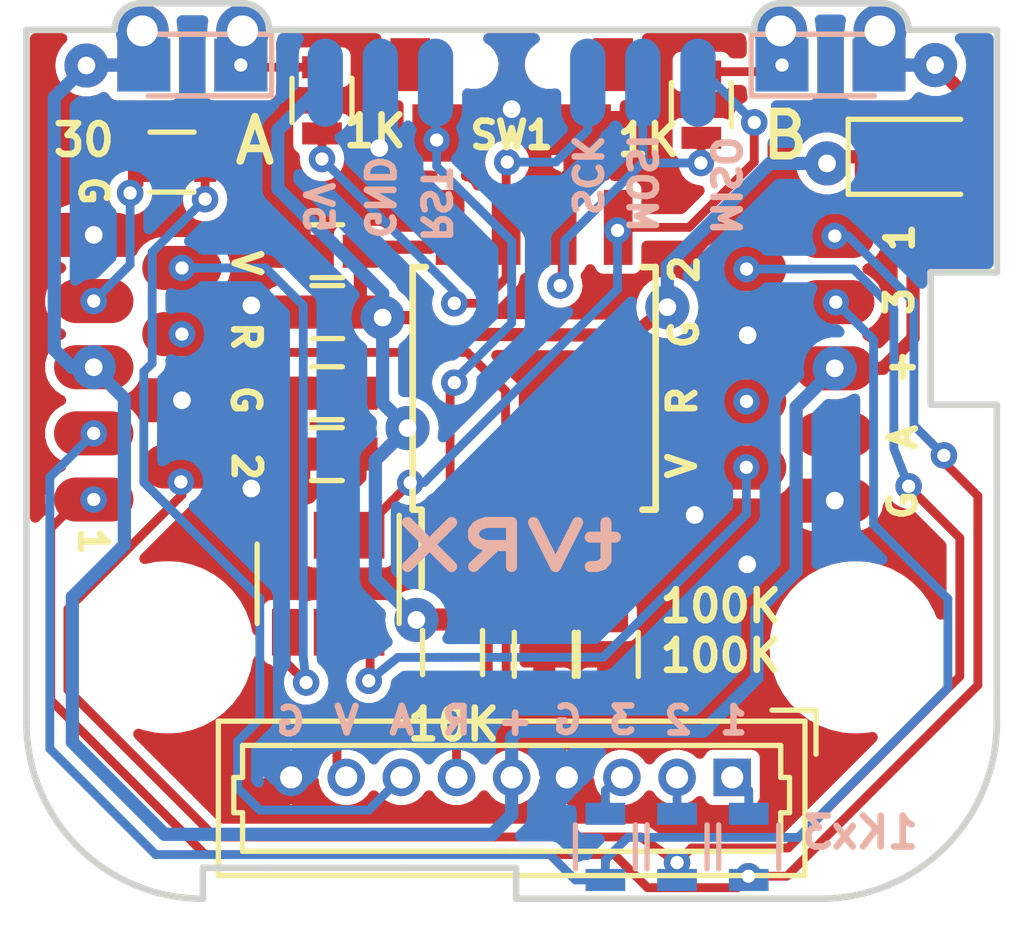
<source format=kicad_pcb>
(kicad_pcb (version 20221018) (generator pcbnew)
  (layers (0 "F.Cu" signal) (31 "B.Cu" signal) (34 "B.Paste" user) (35 "F.Paste" user) (36 "B.SilkS" user "B.Silkscreen") (37 "F.SilkS" user "F.Silkscreen") (38 "B.Mask" user) (39 "F.Mask" user) (44 "Edge.Cuts" user))
  (net 0 "")
  (net 1 "GND")
  (net 2 "/PROG_PWR")
  (net 3 "VCC")
  (net 4 "Net-(D1-Pad1)")
  (net 5 "Net-(D2-Pad1)")
  (net 6 "Net-(J1-Pad1)")
  (net 7 "Net-(J1-Pad2)")
  (net 8 "Net-(J1-Pad3)")
  (net 9 "/RSSI_A")
  (net 10 "/AUD_IN")
  (net 11 "/VideoOut")
  (net 12 "Net-(J2-Pad1)")
  (net 13 "Net-(J2-Pad2)")
  (net 14 "Net-(J2-Pad3)")
  (net 15 "/AUD_OUT")
  (net 16 "/VideoA")
  (net 17 "/RSSI_B")
  (net 18 "Net-(J3-Pad7)")
  (net 19 "/VideoB")
  (net 20 "/MISO")
  (net 21 "/SCK")
  (net 22 "/MOSI")
  (net 23 "/RST")
  (footprint "Capacitors_SMD:C_0603" (layer "F.Cu") (at 135.61 101.67 180)
    (fp_text reference "C1" hide)
    (fp_text value "100n" hide)
    (pad "1" smd rect (at -0.75 0 180) (size 0.8 0.75) (layers "F.Cu" "F.Paste" "F.Mask") (net 2 "/PROG_PWR"))
    (pad "2" smd rect (at 0.75 0 180) (size 0.8 0.75) (layers "F.Cu" "F.Paste" "F.Mask") (net 1 "GND"))
  )
  (footprint "Capacitors_SMD:C_0603" (layer "F.Cu") (at 135.61 100.29 180)
    (fp_text reference "C2" hide)
    (fp_text value "10n" hide)
    (pad "1" smd rect (at -0.75 0 180) (size 0.8 0.75) (layers "F.Cu" "F.Paste" "F.Mask") (net 2 "/PROG_PWR"))
    (pad "2" smd rect (at 0.75 0 180) (size 0.8 0.75) (layers "F.Cu" "F.Paste" "F.Mask") (net 1 "GND"))
  )
  (footprint "Capacitors_SMD:C_0603" (layer "F.Cu") (at 135.62 97.07)
    (fp_text reference "C3" hide)
    (fp_text value "100n" hide)
    (pad "1" smd rect (at -0.75 0) (size 0.8 0.75) (layers "F.Cu" "F.Paste" "F.Mask") (net 1 "GND"))
    (pad "2" smd rect (at 0.75 0) (size 0.8 0.75) (layers "F.Cu" "F.Paste" "F.Mask") (net 2 "/PROG_PWR"))
  )
  (footprint "Capacitors_SMD:C_0603" (layer "F.Cu") (at 135.62 98.45)
    (fp_text reference "C4" hide)
    (fp_text value "10uf" hide)
    (pad "1" smd rect (at -0.75 0) (size 0.8 0.75) (layers "F.Cu" "F.Paste" "F.Mask") (net 1 "GND"))
    (pad "2" smd rect (at 0.75 0) (size 0.8 0.75) (layers "F.Cu" "F.Paste" "F.Mask") (net 2 "/PROG_PWR"))
  )
  (footprint "Diodes_SMD:D_SOD-323" (layer "F.Cu") (at 148.93 94.93)
    (fp_text reference "D3" hide)
    (fp_text value "B5819WS" hide)
    (pad "1" smd rect (at -1.05 0) (size 0.6 1) (layers "F.Cu" "F.Paste" "F.Mask") (net 2 "/PROG_PWR"))
    (pad "2" smd rect (at 1.05 0) (size 0.6 1) (layers "F.Cu" "F.Paste" "F.Mask") (net 3 "VCC"))
  )
  (footprint "Connectors_Molex:Molex_PicoBlade_53047-0910_09x1.25mm_Straight" (layer "F.Cu") (at 144.8 109 180)
    (fp_text reference "J1" hide)
    (fp_text value "Googles" hide)
    (pad "1" thru_hole rect (at 0 0 180) (size 0.85 0.85) (drill 0.5) (layers "*.Cu" "*.Mask") (net 6 "Net-(J1-Pad1)"))
    (pad "2" thru_hole circle (at 1.25 0 180) (size 0.85 0.85) (drill 0.5) (layers "*.Cu" "*.Mask") (net 7 "Net-(J1-Pad2)"))
    (pad "3" thru_hole circle (at 2.5 0 180) (size 0.85 0.85) (drill 0.5) (layers "*.Cu" "*.Mask") (net 8 "Net-(J1-Pad3)"))
    (pad "4" thru_hole circle (at 3.75 0 180) (size 0.85 0.85) (drill 0.5) (layers "*.Cu" "*.Mask") (net 1 "GND"))
    (pad "5" thru_hole circle (at 5 0 180) (size 0.85 0.85) (drill 0.5) (layers "*.Cu" "*.Mask") (net 3 "VCC"))
    (pad "6" thru_hole circle (at 6.25 0 180) (size 0.85 0.85) (drill 0.5) (layers "*.Cu" "*.Mask") (net 9 "/RSSI_A"))
    (pad "7" thru_hole circle (at 7.5 0 180) (size 0.85 0.85) (drill 0.5) (layers "*.Cu" "*.Mask") (net 10 "/AUD_IN"))
    (pad "8" thru_hole circle (at 8.75 0 180) (size 0.85 0.85) (drill 0.5) (layers "*.Cu" "*.Mask") (net 11 "/VideoOut"))
    (pad "9" thru_hole circle (at 10 0 180) (size 0.85 0.85) (drill 0.5) (layers "*.Cu" "*.Mask") (net 1 "GND"))
  )
  (footprint "KiCadCustomLibs:Pads_9pin_chess" (layer "F.Cu") (at 130.325 99.7 90)
    (fp_text reference "J2" hide)
    (fp_text value "RX_A" hide)
    (pad "1" smd oval (at -3 0 90) (size 1 1.8) (layers "F.Cu" "F.Paste" "F.Mask") (net 12 "Net-(J2-Pad1)"))
    (pad "2" smd oval (at -2.25 2 90) (size 1 1.8) (layers "F.Cu" "F.Paste" "F.Mask") (net 13 "Net-(J2-Pad2)"))
    (pad "3" smd oval (at -1.5 0 90) (size 1 1.8) (layers "F.Cu" "F.Paste" "F.Mask") (net 14 "Net-(J2-Pad3)"))
    (pad "4" smd oval (at -0.75 2 90) (size 1 1.8) (layers "F.Cu" "F.Paste" "F.Mask") (net 1 "GND"))
    (pad "5" smd oval (at 0 0 90) (size 1 1.8) (layers "F.Cu" "F.Paste" "F.Mask") (net 3 "VCC"))
    (pad "6" smd oval (at 0.75 2 90) (size 1 1.8) (layers "F.Cu" "F.Paste" "F.Mask") (net 9 "/RSSI_A"))
    (pad "7" smd oval (at 1.5 0 90) (size 1 1.8) (layers "F.Cu" "F.Paste" "F.Mask") (net 15 "/AUD_OUT"))
    (pad "8" smd oval (at 2.25 2 90) (size 1 1.8) (layers "F.Cu" "F.Paste" "F.Mask") (net 16 "/VideoA"))
    (pad "9" smd oval (at 3 0 90) (size 1 1.8) (layers "F.Cu" "F.Paste" "F.Mask") (net 1 "GND"))
  )
  (footprint "KiCadCustomLibs:Pads_9pin_chess" (layer "F.Cu") (at 147.125 99.725 -90)
    (fp_text reference "J3" hide)
    (fp_text value "RX_B" hide)
    (pad "1" smd oval (at -3 0 270) (size 1 1.8) (layers "F.Cu" "F.Paste" "F.Mask") (net 12 "Net-(J2-Pad1)"))
    (pad "2" smd oval (at -2.25 2 270) (size 1 1.8) (layers "F.Cu" "F.Paste" "F.Mask") (net 13 "Net-(J2-Pad2)"))
    (pad "3" smd oval (at -1.5 0 270) (size 1 1.8) (layers "F.Cu" "F.Paste" "F.Mask") (net 14 "Net-(J2-Pad3)"))
    (pad "4" smd oval (at -0.75 2 270) (size 1 1.8) (layers "F.Cu" "F.Paste" "F.Mask") (net 1 "GND"))
    (pad "5" smd oval (at 0 0 270) (size 1 1.8) (layers "F.Cu" "F.Paste" "F.Mask") (net 3 "VCC"))
    (pad "6" smd oval (at 0.75 2 270) (size 1 1.8) (layers "F.Cu" "F.Paste" "F.Mask") (net 17 "/RSSI_B"))
    (pad "7" smd oval (at 1.5 0 270) (size 1 1.8) (layers "F.Cu" "F.Paste" "F.Mask") (net 18 "Net-(J3-Pad7)"))
    (pad "8" smd oval (at 2.25 2 270) (size 1 1.8) (layers "F.Cu" "F.Paste" "F.Mask") (net 19 "/VideoB"))
    (pad "9" smd oval (at 3 0 270) (size 1 1.8) (layers "F.Cu" "F.Paste" "F.Mask") (net 1 "GND"))
  )
  (footprint "Resistors_SMD:R_0603" (layer "F.Cu") (at 140.54 106.21 90)
    (fp_text reference "R4" hide)
    (fp_text value "100K" hide)
    (pad "1" smd rect (at -0.75 0 90) (size 0.5 0.9) (layers "F.Cu" "F.Paste" "F.Mask") (net 1 "GND"))
    (pad "2" smd rect (at 0.75 0 90) (size 0.5 0.9) (layers "F.Cu" "F.Paste" "F.Mask") (net 9 "/RSSI_A"))
  )
  (footprint "Resistors_SMD:R_0603" (layer "F.Cu") (at 141.99 106.21 90)
    (fp_text reference "R5" hide)
    (fp_text value "100K" hide)
    (pad "1" smd rect (at -0.75 0 90) (size 0.5 0.9) (layers "F.Cu" "F.Paste" "F.Mask") (net 1 "GND"))
    (pad "2" smd rect (at 0.75 0 90) (size 0.5 0.9) (layers "F.Cu" "F.Paste" "F.Mask") (net 17 "/RSSI_B"))
  )
  (footprint "Resistors_SMD:R_0603" (layer "F.Cu") (at 135.5 93.65 90)
    (fp_text reference "R6" hide)
    (fp_text value "1K" hide)
    (pad "1" smd rect (at -0.75 0 90) (size 0.5 0.9) (layers "F.Cu" "F.Paste" "F.Mask") (net 21 "/SCK"))
    (pad "2" smd rect (at 0.75 0 90) (size 0.5 0.9) (layers "F.Cu" "F.Paste" "F.Mask") (net 4 "Net-(D1-Pad1)"))
  )
  (footprint "Resistors_SMD:R_0603" (layer "F.Cu") (at 144.1 93.75 90)
    (fp_text reference "R7" hide)
    (fp_text value "1K" hide)
    (pad "1" smd rect (at -0.75 0 90) (size 0.5 0.9) (layers "F.Cu" "F.Paste" "F.Mask") (net 20 "/MISO"))
    (pad "2" smd rect (at 0.75 0 90) (size 0.5 0.9) (layers "F.Cu" "F.Paste" "F.Mask") (net 5 "Net-(D2-Pad1)"))
  )
  (footprint "Resistors_SMD:R_0603" (layer "F.Cu") (at 132.1 95.05 180)
    (fp_text reference "R8" hide)
    (fp_text value "30" hide)
    (pad "1" smd rect (at -0.75 0 180) (size 0.5 0.9) (layers "F.Cu" "F.Paste" "F.Mask") (net 10 "/AUD_IN"))
    (pad "2" smd rect (at 0.75 0 180) (size 0.5 0.9) (layers "F.Cu" "F.Paste" "F.Mask") (net 15 "/AUD_OUT"))
  )
  (footprint "Resistors_SMD:R_0603" (layer "F.Cu") (at 138.46 106.17 90)
    (fp_text reference "R9" hide)
    (fp_text value "10K" hide)
    (pad "1" smd rect (at -0.75 0 90) (size 0.5 0.9) (layers "F.Cu" "F.Paste" "F.Mask") (net 23 "/RST"))
    (pad "2" smd rect (at 0.75 0 90) (size 0.5 0.9) (layers "F.Cu" "F.Paste" "F.Mask") (net 2 "/PROG_PWR"))
  )
  (footprint "TO_SOT_Packages_SMD:SOT-23-6" (layer "F.Cu") (at 135.64 104.61 -90)
    (fp_text reference "U1" hide)
    (fp_text value "MAX4624" hide)
    (pad "1" smd rect (at -1.1 -0.95 270) (size 1.06 0.65) (layers "F.Cu" "F.Paste" "F.Mask") (net 22 "/MOSI"))
    (pad "2" smd rect (at -1.1 0 270) (size 1.06 0.65) (layers "F.Cu" "F.Paste" "F.Mask") (net 2 "/PROG_PWR"))
    (pad "3" smd rect (at -1.1 0.95 270) (size 1.06 0.65) (layers "F.Cu" "F.Paste" "F.Mask") (net 1 "GND"))
    (pad "4" smd rect (at 1.1 0.95 270) (size 1.06 0.65) (layers "F.Cu" "F.Paste" "F.Mask") (net 16 "/VideoA"))
    (pad "5" smd rect (at 1.1 0 270) (size 1.06 0.65) (layers "F.Cu" "F.Paste" "F.Mask") (net 11 "/VideoOut"))
    (pad "6" smd rect (at 1.1 -0.95 270) (size 1.06 0.65) (layers "F.Cu" "F.Paste" "F.Mask") (net 19 "/VideoB"))
  )
  (footprint "Button_TS-018" (layer "F.Cu") (at 139.8 92.84)
    (fp_text reference "SW1" (at 0 1.6) (layer "F.SilkS") (effects (font (size 0.6 0.6))))
    (fp_text value "SW_Push" hide)
    (pad "" smd rect (at -2.3 0) (size 0.9 1.2) (layers "F.Cu" "F.Paste" "F.Mask"))
    (pad "" np_thru_hole circle (at -0.85 0) (size 0.6 0.6) (drill 0.6) (layers "*.Cu" "*.Mask"))
    (pad "" np_thru_hole circle (at 0.85 0) (size 0.6 0.6) (drill 0.6) (layers "*.Cu" "*.Mask"))
    (pad "" smd rect (at 2.3 0) (size 0.9 1.2) (layers "F.Cu" "F.Paste" "F.Mask"))
    (pad "1" smd rect (at -1.675 1.55) (size 1.15 1.3) (layers "F.Cu" "F.Paste" "F.Mask") (net 23 "/RST"))
    (pad "2" smd rect (at 1.675 1.55) (size 1.15 1.3) (layers "F.Cu" "F.Paste" "F.Mask") (net 1 "GND"))
  )
  (footprint "Housings_SOIC:SOIJ-8_5.3x5.3mm_Pitch1.27mm" (layer "F.Cu") (at 140.31 100.18 90)
    (fp_text reference "U2" hide)
    (fp_text value "ATTINY85-20SU" hide)
    (pad "1" smd rect (at -3.65 -1.905 90) (size 1.7 0.65) (layers "F.Cu" "F.Paste" "F.Mask") (net 23 "/RST"))
    (pad "2" smd rect (at -3.65 -0.635 90) (size 1.7 0.65) (layers "F.Cu" "F.Paste" "F.Mask") (net 9 "/RSSI_A"))
    (pad "3" smd rect (at -3.65 0.635 90) (size 1.7 0.65) (layers "F.Cu" "F.Paste" "F.Mask") (net 17 "/RSSI_B"))
    (pad "4" smd rect (at -3.65 1.905 90) (size 1.7 0.65) (layers "F.Cu" "F.Paste" "F.Mask") (net 1 "GND"))
    (pad "5" smd rect (at 3.65 1.905 90) (size 1.7 0.65) (layers "F.Cu" "F.Paste" "F.Mask") (net 22 "/MOSI"))
    (pad "6" smd rect (at 3.65 0.635 90) (size 1.7 0.65) (layers "F.Cu" "F.Paste" "F.Mask") (net 20 "/MISO"))
    (pad "7" smd rect (at 3.65 -0.635 90) (size 1.7 0.65) (layers "F.Cu" "F.Paste" "F.Mask") (net 21 "/SCK"))
    (pad "8" smd rect (at 3.65 -1.905 90) (size 1.7 0.65) (layers "F.Cu" "F.Paste" "F.Mask") (net 2 "/PROG_PWR"))
  )
  (footprint "LEDs:LED_0805" (layer "F.Cu") (at 132.56 92.85 180)
    (fp_text reference "D1" hide)
    (fp_text value "LED" hide)
    (pad "1" smd rect (at -1.1 0) (size 1.2 1.2) (layers "F.Cu" "F.Paste" "F.Mask") (net 4 "Net-(D1-Pad1)"))
    (pad "2" smd rect (at 1.1 0) (size 1.2 1.2) (layers "F.Cu" "F.Paste" "F.Mask") (net 3 "VCC"))
  )
  (footprint "LEDs:LED_0805" (layer "F.Cu") (at 147.03 92.85)
    (fp_text reference "D2" hide)
    (fp_text value "LED" hide)
    (pad "1" smd rect (at -1.1 0 180) (size 1.2 1.2) (layers "F.Cu" "F.Paste" "F.Mask") (net 5 "Net-(D2-Pad1)"))
    (pad "2" smd rect (at 1.1 0 180) (size 1.2 1.2) (layers "F.Cu" "F.Paste" "F.Mask") (net 3 "VCC"))
  )
  (footprint "Mounting_Holes:MountingHole_2.5mm" (layer "F.Cu") (at 132 106.05)
    (fp_text reference "REF**" hide)
    (fp_text value "MountingHole_2.5mm" hide)
    (pad "" np_thru_hole circle (at 0 0) (size 2.5 2.5) (drill 2.5) (layers "*.Cu" "*.Mask"))
  )
  (footprint "Mounting_Holes:MountingHole_2.5mm" (layer "F.Cu") (at 148.3 106.05)
    (fp_text reference "REF**" hide)
    (fp_text value "MountingHole_2.5mm" hide)
    (pad "" np_thru_hole circle (at -0.7 0) (size 2.5 2.5) (drill 2.5) (layers "*.Cu" "*.Mask"))
  )
  (footprint "Connectors:Pin_d0.7mm_L6.5mm_W1.8mm_FlatFork" (layer "F.Cu") (at 131.425 92.075)
    (fp_text reference "REF**" hide)
    (fp_text value "Pin_d0.7mm_L6.5mm_W1.8mm_FlatFork" hide)
    (pad "1" thru_hole circle (at 0 0) (size 1.2 1.2) (drill 0.7) (layers "*.Cu" "*.Mask") (net 3 "VCC"))
  )
  (footprint "Connectors:Pin_d0.7mm_L6.5mm_W1.8mm_FlatFork" (layer "F.Cu") (at 133.7 92.075)
    (fp_text reference "REF**" hide)
    (fp_text value "Pin_d0.7mm_L6.5mm_W1.8mm_FlatFork" hide)
    (pad "1" thru_hole circle (at 0 0) (size 1.2 1.2) (drill 0.7) (layers "*.Cu" "*.Mask") (net 4 "Net-(D1-Pad1)"))
  )
  (footprint "Connectors:Pin_d0.7mm_L6.5mm_W1.8mm_FlatFork" (layer "F.Cu") (at 145.9 92.075)
    (fp_text reference "REF**" hide)
    (fp_text value "Pin_d0.7mm_L6.5mm_W1.8mm_FlatFork" hide)
    (pad "1" thru_hole circle (at 0 0) (size 1.2 1.2) (drill 0.7) (layers "*.Cu" "*.Mask") (net 5 "Net-(D2-Pad1)"))
  )
  (footprint "Connectors:Pin_d0.7mm_L6.5mm_W1.8mm_FlatFork" (layer "F.Cu") (at 148.15 92.075)
    (fp_text reference "REF**" hide)
    (fp_text value "Pin_d0.7mm_L6.5mm_W1.8mm_FlatFork" hide)
    (pad "1" thru_hole circle (at 0 0) (size 1.2 1.2) (drill 0.7) (layers "*.Cu" "*.Mask") (net 3 "VCC"))
  )
  (footprint "LEDs:LED_0805" (layer "B.Cu") (at 132.56 92.85 180)
    (fp_text reference "D1" hide)
    (fp_text value "LED" hide)
    (pad "1" smd rect (at -1.1 0) (size 1.2 1.2) (layers "B.Cu" "B.Paste" "B.Mask") (net 4 "Net-(D1-Pad1)"))
    (pad "2" smd rect (at 1.1 0) (size 1.2 1.2) (layers "B.Cu" "B.Paste" "B.Mask") (net 3 "VCC"))
  )
  (footprint "LEDs:LED_0805" (layer "B.Cu") (at 147.03 92.85)
    (fp_text reference "D2" hide)
    (fp_text value "LED" hide)
    (pad "1" smd rect (at -1.1 0 180) (size 1.2 1.2) (layers "B.Cu" "B.Paste" "B.Mask") (net 5 "Net-(D2-Pad1)"))
    (pad "2" smd rect (at 1.1 0 180) (size 1.2 1.2) (layers "B.Cu" "B.Paste" "B.Mask") (net 3 "VCC"))
  )
  (footprint "Resistors_SMD:R_0603" (layer "B.Cu") (at 141.925 110.575 -90)
    (fp_text reference "R1" hide)
    (fp_text value "1K" hide)
    (pad "1" smd rect (at -0.75 0 270) (size 0.5 0.9) (layers "B.Cu" "B.Paste" "B.Mask") (net 8 "Net-(J1-Pad3)"))
    (pad "2" smd rect (at 0.75 0 270) (size 0.5 0.9) (layers "B.Cu" "B.Paste" "B.Mask") (net 14 "Net-(J2-Pad3)"))
  )
  (footprint "Resistors_SMD:R_0603" (layer "B.Cu") (at 143.55 110.575 -90)
    (fp_text reference "R2" hide)
    (fp_text value "1K" hide)
    (pad "1" smd rect (at -0.75 0 270) (size 0.5 0.9) (layers "B.Cu" "B.Paste" "B.Mask") (net 7 "Net-(J1-Pad2)"))
    (pad "2" smd rect (at 0.75 0 270) (size 0.5 0.9) (layers "B.Cu" "B.Paste" "B.Mask") (net 13 "Net-(J2-Pad2)"))
  )
  (footprint "Resistors_SMD:R_0603" (layer "B.Cu") (at 145.175 110.575 -90)
    (fp_text reference "R3" hide)
    (fp_text value "1K" hide)
    (pad "1" smd rect (at -0.75 0 270) (size 0.5 0.9) (layers "B.Cu" "B.Paste" "B.Mask") (net 6 "Net-(J1-Pad1)"))
    (pad "2" smd rect (at 0.75 0 270) (size 0.5 0.9) (layers "B.Cu" "B.Paste" "B.Mask") (net 12 "Net-(J2-Pad1)"))
  )
  (footprint "KiCadCustomLibs:Pads_prog_3pin1.25mm" (layer "B.Cu") (at 136.8 93.25)
    (fp_text reference "J4" hide)
    (fp_text value "Prog1" hide)
    (pad "1" smd oval (at -1.225 0) (size 0.8 2) (layers "B.Cu" "B.Paste" "B.Mask") (net 2 "/PROG_PWR"))
    (pad "2" smd oval (at 0.025 0) (size 0.8 2) (layers "B.Cu" "B.Paste" "B.Mask") (net 1 "GND"))
    (pad "3" smd oval (at 1.275 0) (size 0.8 2) (layers "B.Cu" "B.Paste" "B.Mask") (net 23 "/RST"))
  )
  (footprint "KiCadCustomLibs:Pads_prog_3pin1.25mm" (layer "B.Cu") (at 142.8 93.25 180)
    (fp_text reference "J5" hide)
    (fp_text value "Prog2" hide)
    (pad "1" smd oval (at -1.225 0 180) (size 0.8 2) (layers "B.Cu" "B.Paste" "B.Mask") (net 22 "/MOSI"))
    (pad "2" smd oval (at 0.025 0 180) (size 0.8 2) (layers "B.Cu" "B.Paste" "B.Mask") (net 20 "/MISO"))
    (pad "3" smd oval (at 1.275 0 180) (size 0.8 2) (layers "B.Cu" "B.Paste" "B.Mask") (net 21 "/SCK"))
  )
  (gr_arc (start 145.3 92.05) (mid 145.475736 91.625736) (end 145.9 91.45) (stroke (width 0.15)) (layer "Edge.Cuts"))
  (gr_line (start 130.8 92.05) (end 128.8 92.05) (stroke (width 0.15)) (layer "Edge.Cuts"))
  (gr_line (start 150.8 97.55) (end 150.8 92.05) (stroke (width 0.15)) (layer "Edge.Cuts"))
  (gr_line (start 149.3 97.55) (end 150.8 97.55) (stroke (width 0.15)) (layer "Edge.Cuts"))
  (gr_line (start 139.9 111.05) (end 137.3 111.05) (stroke (width 0.15)) (layer "Edge.Cuts"))
  (gr_line (start 131.4 91.45) (end 133.7 91.45) (stroke (width 0.15)) (layer "Edge.Cuts"))
  (gr_arc (start 130.8 92.05) (mid 130.975736 91.625736) (end 131.4 91.45) (stroke (width 0.15)) (layer "Edge.Cuts"))
  (gr_line (start 128.8 107.75) (end 128.8 92.05) (stroke (width 0.15)) (layer "Edge.Cuts"))
  (gr_line (start 134.3 92.05) (end 145.3 92.05) (stroke (width 0.15)) (layer "Edge.Cuts"))
  (gr_line (start 134.3 111.05) (end 137.3 111.05) (stroke (width 0.15)) (layer "Edge.Cuts"))
  (gr_line (start 132.8 111.05) (end 134.3 111.05) (stroke (width 0.15)) (layer "Edge.Cuts"))
  (gr_arc (start 150.8 107.75) (mid 149.628427 110.578427) (end 146.8 111.75) (stroke (width 0.15)) (layer "Edge.Cuts"))
  (gr_line (start 139.9 111.75) (end 139.9 111.05) (stroke (width 0.15)) (layer "Edge.Cuts"))
  (gr_arc (start 148.2 91.45) (mid 148.624264 91.625736) (end 148.8 92.05) (stroke (width 0.15)) (layer "Edge.Cuts"))
  (gr_line (start 149.3 100.55) (end 149.3 97.55) (stroke (width 0.15)) (layer "Edge.Cuts"))
  (gr_line (start 132.8 111.75) (end 132.8 111.05) (stroke (width 0.15)) (layer "Edge.Cuts"))
  (gr_line (start 146.8 111.75) (end 139.9 111.75) (stroke (width 0.15)) (layer "Edge.Cuts"))
  (gr_line (start 148.8 92.05) (end 150.8 92.05) (stroke (width 0.15)) (layer "Edge.Cuts"))
  (gr_arc (start 132.8 111.75) (mid 129.971573 110.578427) (end 128.8 107.75) (stroke (width 0.15)) (layer "Edge.Cuts"))
  (gr_line (start 145.9 91.45) (end 148.2 91.45) (stroke (width 0.15)) (layer "Edge.Cuts"))
  (gr_arc (start 133.7 91.45) (mid 134.124264 91.625736) (end 134.3 92.05) (stroke (width 0.15)) (layer "Edge.Cuts"))
  (gr_line (start 150.8 100.55) (end 149.3 100.55) (stroke (width 0.15)) (layer "Edge.Cuts"))
  (gr_line (start 150.8 107.75) (end 150.8 100.55) (stroke (width 0.15)) (layer "Edge.Cuts"))
  (gr_text "RST" (at 138.07 96.02 270) (layer "B.SilkS") (effects (font (size 0.6 0.6)) (justify mirror)))
  (gr_text "V" (at 136.06 107.71) (layer "B.SilkS") (effects (font (size 0.6 0.6)) (justify mirror)))
  (gr_text "5V" (at 135.41 96.08 270) (layer "B.SilkS") (effects (font (size 0.6 0.6)) (justify mirror)))
  (gr_text "1" (at 144.83 107.71) (layer "B.SilkS") (effects (font (size 0.6 0.6)) (justify mirror)))
  (gr_text "2" (at 143.57 107.71) (layer "B.SilkS") (effects (font (size 0.6 0.6)) (justify mirror)))
  (gr_text "R" (at 138.55 107.71) (layer "B.SilkS") (effects (font (size 0.6 0.6)) (justify mirror)))
  (gr_text "MOSI" (at 142.74 95.53 270) (layer "B.SilkS") (effects (font (size 0.6 0.6)) (justify mirror)))
  (gr_text "G" (at 141.07 107.7) (layer "B.SilkS") (effects (font (size 0.6 0.6)) (justify mirror)))
  (gr_text "A" (at 137.31 107.71) (layer "B.SilkS") (effects (font (size 0.6 0.6)) (justify mirror)))
  (gr_text "tVRX" (at 139.76 103.77) (layer "B.SilkS") (effects (font (size 1 1.5) (thickness 0.25)) (justify mirror)))
  (gr_text "G" (at 134.79 107.73) (layer "B.SilkS") (effects (font (size 0.6 0.6)) (justify mirror)))
  (gr_text "3" (at 142.31 107.7) (layer "B.SilkS") (effects (font (size 0.6 0.6)) (justify mirror)))
  (gr_text "1Kx3" (at 147.7 110.25) (layer "B.SilkS") (effects (font (size 0.7 0.7)) (justify mirror)))
  (gr_text "SCK" (at 141.5 95.35 270) (layer "B.SilkS") (effects (font (size 0.6 0.6)) (justify mirror)))
  (gr_text "MISO" (at 144.64 95.58 270) (layer "B.SilkS") (effects (font (size 0.6 0.6)) (justify mirror)))
  (gr_text "+" (at 139.88 107.72) (layer "B.SilkS") (effects (font (size 0.6 0.6)) (justify mirror)))
  (gr_text "GND" (at 136.79 95.85 270) (layer "B.SilkS") (effects (font (size 0.6 0.6)) (justify mirror)))
  (gr_text "G" (at 130.32 95.7 270) (layer "F.SilkS") (effects (font (size 0.6 0.6))))
  (gr_text "10K" (at 138.48 107.8) (layer "F.SilkS") (effects (font (size 0.7 0.7))))
  (gr_text "G" (at 133.77 100.44 270) (layer "F.SilkS") (effects (font (size 0.6 0.6))))
  (gr_text "1" (at 130.31 103.65 270) (layer "F.SilkS") (effects (font (size 0.6 0.6))))
  (gr_text "A" (at 148.67 101.29 90) (layer "F.SilkS") (effects (font (size 0.6 0.6))))
  (gr_text "G" (at 143.71 98.95 90) (layer "F.SilkS") (effects (font (size 0.6 0.6))))
  (gr_text "2" (at 133.79 101.95 270) (layer "F.SilkS") (effects (font (size 0.6 0.6))))
  (gr_text "R" (at 143.67 100.47 90) (layer "F.SilkS") (effects (font (size 0.6 0.6))))
  (gr_text "3" (at 148.59 98.21 90) (layer "F.SilkS") (effects (font (size 0.6 0.6))))
  (gr_text "100K\n100K" (at 144.54 105.68) (layer "F.SilkS") (effects (font (size 0.7 0.7))))
  (gr_text "G" (at 148.67 102.83 90) (layer "F.SilkS") (effects (font (size 0.6 0.6))))
  (gr_text "R" (at 133.78 99 270) (layer "F.SilkS") (effects (font (size 0.6 0.6))))
  (gr_text "B" (at 146 94.45) (layer "F.SilkS") (effects (font (size 1 1) (thickness 0.175))))
  (gr_text "1K" (at 136.7 94.35) (layer "F.SilkS") (effects (font (size 0.7 0.7))))
  (gr_text "2" (at 143.72 97.48 90) (layer "F.SilkS") (effects (font (size 0.6 0.6))))
  (gr_text "V" (at 133.79 97.34 270) (layer "F.SilkS") (effects (font (size 0.6 0.6))))
  (gr_text "30" (at 130.1 94.55) (layer "F.SilkS") (effects (font (size 0.7 0.7))))
  (gr_text "+" (at 148.62 99.7 90) (layer "F.SilkS") (effects (font (size 0.6 0.6))))
  (gr_text "1K" (at 142.9 94.55) (layer "F.SilkS") (effects (font (size 0.7 0.7))))
  (gr_text "V" (at 143.66 101.94 90) (layer "F.SilkS") (effects (font (size 0.6 0.6))))
  (gr_text "A" (at 133.98 94.57) (layer "F.SilkS") (effects (font (size 1 1) (thickness 0.175))))
  (gr_text "1" (at 148.6 96.76 90) (layer "F.SilkS") (effects (font (size 0.6 0.6))))
  (segment (start 134.71 100.44) (end 134.86 100.29) (width 0.3) (layer "F.Cu") (net 1))
  (segment (start 134.47 98.45) (end 133.9 98.3) (width 0.3) (layer "F.Cu") (net 1))
  (segment (start 142.315 103.93) (end 143.45 103.8) (width 0.3) (layer "F.Cu") (net 1))
  (segment (start 143.45 103.8) (end 143.95 103.05) (width 0.3) (layer "F.Cu") (net 1))
  (segment (start 140.34 94.39) (end 139.8 93.85) (width 0.3) (layer "F.Cu") (net 1))
  (segment (start 145.07 104.17) (end 143.95 103.05) (width 0.3) (layer "F.Cu") (net 1))
  (segment (start 141.6 106.96) (end 141.73 107.09) (width 0.3) (layer "F.Cu") (net 1))
  (segment (start 140.54 106.96) (end 141.6 106.96) (width 0.3) (layer "F.Cu") (net 1))
  (segment (start 134.86 100.29) (end 134.685 100.29) (width 0.3) (layer "F.Cu") (net 1))
  (segment (start 134.87 98.45) (end 134.47 98.45) (width 0.3) (layer "F.Cu") (net 1))
  (segment (start 142.215 103.83) (end 142.315 103.93) (width 0.3) (layer "F.Cu") (net 1))
  (segment (start 134.86 100.29) (end 134.86 101.67) (width 0.3) (layer "F.Cu") (net 1))
  (segment (start 134.71 100.44) (end 132.325 100.45) (width 0.3) (layer "F.Cu") (net 1))
  (segment (start 141.475 94.39) (end 140.34 94.39) (width 0.3) (layer "F.Cu") (net 1))
  (segment (start 145.14 104.17) (end 145.07 104.17) (width 0.3) (layer "F.Cu") (net 1))
  (segment (start 141.045 94.16) (end 141.045 94.555) (width 0.2) (layer "F.Cu") (net 1))
  (via (at 145.15 98.975) (size 1) (drill 0.4) (layers "F.Cu" "B.Cu") (net 1))
  (via (at 139.8 93.85) (size 1) (drill 0.4) (layers "F.Cu" "B.Cu") (net 1))
  (via (at 136.8 94.73) (size 1) (drill 0.4) (layers "F.Cu" "B.Cu") (net 1))
  (via (at 133.9 102.45) (size 1) (drill 0.4) (layers "F.Cu" "B.Cu") (net 1))
  (via (at 143.95 103.05) (size 1) (drill 0.4) (layers "F.Cu" "B.Cu") (net 1))
  (via (at 130.325 96.7) (size 1) (drill 0.4) (layers "F.Cu" "B.Cu") (net 1))
  (via (at 147.125 102.725) (size 1) (drill 0.4) (layers "F.Cu" "B.Cu") (net 1))
  (via (at 132.325 100.45) (size 1) (drill 0.4) (layers "F.Cu" "B.Cu") (net 1))
  (via (at 145.14 104.17) (size 1) (drill 0.4) (layers "F.Cu" "B.Cu") (net 1))
  (via (at 133.9 98.3) (size 1) (drill 0.4) (layers "F.Cu" "B.Cu") (net 1))
  (segment (start 133.9 98.3) (end 133.825 98.225) (width 0.3) (layer "B.Cu") (net 1))
  (segment (start 147.125 102.725) (end 147.15 102.7) (width 0.3) (layer "B.Cu") (net 1))
  (segment (start 132.325 100.45) (end 132.3 100.45) (width 0.3) (layer "B.Cu") (net 1))
  (segment (start 133.12 100.45) (end 133.9 101.23) (width 0.3) (layer "B.Cu") (net 1))
  (segment (start 133.9 101.23) (end 133.9 102.45) (width 0.3) (layer "B.Cu") (net 1))
  (segment (start 136.825 94.705) (end 136.8 94.73) (width 0.3) (layer "B.Cu") (net 1))
  (segment (start 136.825 93.25) (end 136.825 94.705) (width 0.3) (layer "B.Cu") (net 1))
  (segment (start 143.95 103.05) (end 143.95 103.12) (width 0.3) (layer "B.Cu") (net 1))
  (segment (start 132.325 100.45) (end 133.12 100.45) (width 0.3) (layer "B.Cu") (net 1))
  (segment (start 147.925 94.855) (end 147.95 94.83) (width 0.3) (layer "F.Cu") (net 2))
  (segment (start 136.845 101.675) (end 137.44 101.08) (width 0.3) (layer "F.Cu") (net 2))
  (segment (start 136.335 100.265) (end 136.36 100.29) (width 0.3) (layer "F.Cu") (net 2))
  (segment (start 136.395 98.475) (end 136.875 98.575) (width 0.3) (layer "F.Cu") (net 2))
  (segment (start 136.46 96.98) (end 137.955 96.98) (width 0.3) (layer "F.Cu") (net 2))
  (segment (start 137.955 96.98) (end 138.405 96.53) (width 0.3) (layer "F.Cu") (net 2))
  (segment (start 135.64 102.91) (end 136.36 102.19) (width 0.3) (layer "F.Cu") (net 2))
  (segment (start 136.36 102.19) (end 136.36 101.67) (width 0.3) (layer "F.Cu") (net 2))
  (segment (start 137.625 98.575) (end 138 98.95) (width 0.3) (layer "F.Cu") (net 2))
  (segment (start 137.65 105.42) (end 137.64 105.43) (width 0.3) (layer "F.Cu") (net 2))
  (segment (start 142.530734 98.97578) (end 143.33 98.34) (width 0.3) (layer "F.Cu") (net 2))
  (segment (start 146.95 95.08) (end 147.1 94.93) (width 0.3) (layer "F.Cu") (net 2))
  (segment (start 147.88 94.93) (end 147.1 94.93) (width 0.3) (layer "F.Cu") (net 2))
  (segment (start 136.36 101.67) (end 136.845 101.675) (width 0.3) (layer "F.Cu") (net 2))
  (segment (start 137.625 98.575) (end 136.875 98.575) (width 0.3) (layer "F.Cu") (net 2))
  (segment (start 136.36 101.67) (end 136.36 100.29) (width 0.3) (layer "F.Cu") (net 2))
  (segment (start 136.37 98.45) (end 136.395 98.475) (width 0.3) (layer "F.Cu") (net 2))
  (segment (start 138.46 105.42) (end 137.65 105.42) (width 0.3) (layer "F.Cu") (net 2))
  (segment (start 136.37 97.07) (end 136.37 98.45) (width 0.3) (layer "F.Cu") (net 2))
  (segment (start 136.37 97.07) (end 136.46 96.98) (width 0.3) (layer "F.Cu") (net 2))
  (segment (start 135.64 103.51) (end 135.64 102.91) (width 0.3) (layer "F.Cu") (net 2))
  (segment (start 138 98.95) (end 142.530734 98.97578) (width 0.3) (layer "F.Cu") (net 2))
  (via (at 137.44 101.08) (size 1) (drill 0.4) (layers "F.Cu" "B.Cu") (net 2))
  (via (at 137.64 105.43) (size 1) (drill 0.4) (layers "F.Cu" "B.Cu") (net 2))
  (via (at 146.95 95.08) (size 1) (drill 0.4) (layers "F.Cu" "B.Cu") (net 2))
  (via (at 143.33 98.34) (size 1) (drill 0.4) (layers "F.Cu" "B.Cu") (net 2))
  (via (at 136.875 98.575) (size 1) (drill 0.4) (layers "F.Cu" "B.Cu") (net 2))
  (segment (start 137.44 101.08) (end 137.49 101.03) (width 0.3) (layer "B.Cu") (net 2))
  (segment (start 136.875 98.575) (end 136.875 100.515) (width 0.3) (layer "B.Cu") (net 2))
  (segment (start 136.875 100.515) (end 137.44 101.08) (width 0.3) (layer "B.Cu") (net 2))
  (segment (start 136.875 98.025) (end 134.5 95.65) (width 0.3) (layer "B.Cu") (net 2))
  (segment (start 134.5 95.65) (end 134.5 94.325) (width 0.3) (layer "B.Cu") (net 2))
  (segment (start 134.5 94.325) (end 135.575 93.25) (width 0.3) (layer "B.Cu") (net 2))
  (segment (start 137.64 105.43) (end 136.71 104.5) (width 0.3) (layer "B.Cu") (net 2))
  (segment (start 136.71 104.5) (end 136.71 101.81) (width 0.3) (layer "B.Cu") (net 2))
  (segment (start 136.71 101.81) (end 137.44 101.08) (width 0.3) (layer "B.Cu") (net 2))
  (segment (start 143.33 97.4) (end 145.65 95.08) (width 0.3) (layer "B.Cu") (net 2))
  (segment (start 145.65 95.08) (end 146.95 95.08) (width 0.3) (layer "B.Cu") (net 2))
  (segment (start 136.875 98.575) (end 136.875 98.025) (width 0.3) (layer "B.Cu") (net 2))
  (segment (start 143.33 98.34) (end 143.33 97.4) (width 0.3) (layer "B.Cu") (net 2))
  (segment (start 148.215 99.725) (end 148.9 99.04) (width 0.3) (layer "F.Cu") (net 3))
  (segment (start 148.9 99.04) (end 148.9 96.53) (width 0.3) (layer "F.Cu") (net 3))
  (segment (start 130.17 92.85) (end 130.16 92.86) (width 0.3) (layer "F.Cu") (net 3))
  (segment (start 149.35 92.9) (end 149.4 92.85) (width 0.3) (layer "F.Cu") (net 3))
  (segment (start 131.46 92.11) (end 131.425 92.075) (width 0.3) (layer "F.Cu") (net 3))
  (segment (start 148.13 92.095) (end 148.15 92.075) (width 0.3) (layer "F.Cu") (net 3))
  (segment (start 149.98 95.45) (end 149.98 94.93) (width 0.3) (layer "F.Cu") (net 3))
  (segment (start 149.98 93.43) (end 149.4 92.85) (width 0.3) (layer "F.Cu") (net 3))
  (segment (start 131.46 92.85) (end 130.17 92.85) (width 0.3) (layer "F.Cu") (net 3))
  (segment (start 148.13 92.85) (end 148.13 92.095) (width 0.3) (layer "F.Cu") (net 3))
  (segment (start 131.46 92.85) (end 131.46 92.11) (width 0.3) (layer "F.Cu") (net 3))
  (segment (start 149.98 94.93) (end 149.98 93.43) (width 0.3) (layer "F.Cu") (net 3))
  (segment (start 148.13 92.85) (end 149.4 92.85) (width 0.3) (layer "F.Cu") (net 3))
  (segment (start 148.9 96.53) (end 149.98 95.45) (width 0.3) (layer "F.Cu") (net 3))
  (segment (start 147.125 99.725) (end 148.215 99.725) (width 0.3) (layer "F.Cu") (net 3))
  (via (at 130.16 92.86) (size 1) (drill 0.4) (layers "F.Cu" "B.Cu") (net 3))
  (via (at 130.325 99.7) (size 1) (drill 0.4) (layers "F.Cu" "B.Cu") (net 3))
  (via (at 149.4 92.85) (size 1) (drill 0.4) (layers "F.Cu" "B.Cu") (net 3))
  (via (at 147.125 99.725) (size 1) (drill 0.4) (layers "F.Cu" "B.Cu") (net 3))
  (segment (start 139.8 108.1) (end 139.95 107.95) (width 0.3) (layer "B.Cu") (net 3))
  (segment (start 130.16 92.86) (end 130.17 92.85) (width 0.3) (layer "B.Cu") (net 3))
  (segment (start 130.17 92.85) (end 131.46 92.85) (width 0.3) (layer "B.Cu") (net 3))
  (segment (start 129.83 99.7) (end 129.43 99.3) (width 0.3) (layer "B.Cu") (net 3))
  (segment (start 129.43 99.3) (end 129.43 93.59) (width 0.3) (layer "B.Cu") (net 3))
  (segment (start 130.16 92.86) (end 129.43 93.59) (width 0.3) (layer "B.Cu") (net 3))
  (segment (start 149.4 92.85) (end 148.13 92.85) (width 0.3) (layer "B.Cu") (net 3))
  (segment (start 146.25 100.6) (end 147.125 99.725) (width 0.3) (layer "B.Cu") (net 3))
  (segment (start 144.15 107.95) (end 145.36 106.74) (width 0.3) (layer "B.Cu") (net 3))
  (segment (start 145.36 106.74) (end 145.36 105.22) (width 0.3) (layer "B.Cu") (net 3))
  (segment (start 145.36 105.22) (end 146.25 104.33) (width 0.3) (layer "B.Cu") (net 3))
  (segment (start 130.325 99.715) (end 131.02 100.41) (width 0.3) (layer "B.Cu") (net 3))
  (segment (start 131.02 100.41) (end 131.02 103.73) (width 0.3) (layer "B.Cu") (net 3))
  (segment (start 131.02 103.73) (end 129.84 104.91) (width 0.3) (layer "B.Cu") (net 3))
  (segment (start 129.84 104.91) (end 129.84 108.2) (width 0.3) (layer "B.Cu") (net 3))
  (segment (start 129.84 108.2) (end 131.93 110.29) (width 0.3) (layer "B.Cu") (net 3))
  (segment (start 131.93 110.29) (end 139.36 110.29) (width 0.3) (layer "B.Cu") (net 3))
  (segment (start 139.36 110.29) (end 139.8 109.85) (width 0.3) (layer "B.Cu") (net 3))
  (segment (start 139.8 109.85) (end 139.8 109) (width 0.3) (layer "B.Cu") (net 3))
  (segment (start 139.8 109) (end 139.8 108.1) (width 0.3) (layer "B.Cu") (net 3))
  (segment (start 146.25 104.33) (end 146.25 100.6) (width 0.3) (layer "B.Cu") (net 3))
  (segment (start 139.95 107.95) (end 144.15 107.95) (width 0.3) (layer "B.Cu") (net 3))
  (segment (start 130.325 99.7) (end 130.325 99.715) (width 0.3) (layer "B.Cu") (net 3))
  (segment (start 130.325 99.7) (end 129.83 99.7) (width 0.3) (layer "B.Cu") (net 3))
  (segment (start 133.66 92.115) (end 133.7 92.075) (width 0.2) (layer "F.Cu") (net 4))
  (segment (start 133.71 92.9) (end 133.66 92.85) (width 0.2) (layer "F.Cu") (net 4))
  (segment (start 133.66 92.85) (end 133.66 92.115) (width 0.2) (layer "F.Cu") (net 4))
  (segment (start 135.5 92.9) (end 133.71 92.9) (width 0.2) (layer "F.Cu") (net 4))
  (via (at 133.66 92.85) (size 0.6) (drill 0.3) (layers "F.Cu" "B.Cu") (net 4))
  (segment (start 133.66 92.85) (end 133.69 92.88) (width 0.2) (layer "B.Cu") (net 4))
  (segment (start 145.9 92.82) (end 145.93 92.85) (width 0.2) (layer "F.Cu") (net 5))
  (segment (start 145.78 93) (end 145.93 92.85) (width 0.2) (layer "F.Cu") (net 5))
  (segment (start 144.1 93) (end 145.78 93) (width 0.2) (layer "F.Cu") (net 5))
  (segment (start 145.9 92.075) (end 145.9 92.82) (width 0.2) (layer "F.Cu") (net 5))
  (via (at 145.93 92.85) (size 0.6) (drill 0.3) (layers "F.Cu" "B.Cu") (net 5))
  (segment (start 144.88 109) (end 145.175 109.295) (width 0.2) (layer "B.Cu") (net 6))
  (segment (start 145.175 109.295) (end 145.175 109.825) (width 0.2) (layer "B.Cu") (net 6))
  (segment (start 144.8 109) (end 144.88 109) (width 0.2) (layer "B.Cu") (net 6))
  (segment (start 143.55 109) (end 143.55 109.825) (width 0.2) (layer "B.Cu") (net 7))
  (segment (start 142.22 109) (end 141.925 109.295) (width 0.2) (layer "B.Cu") (net 8))
  (segment (start 141.925 109.295) (end 141.925 109.825) (width 0.2) (layer "B.Cu") (net 8))
  (segment (start 142.3 109) (end 142.22 109) (width 0.2) (layer "B.Cu") (net 8))
  (segment (start 133.285 98.95) (end 133.7 99.365) (width 0.2) (layer "F.Cu") (net 9))
  (segment (start 133.7 99.365) (end 138.79 99.365) (width 0.2) (layer "F.Cu") (net 9))
  (segment (start 138.79 99.365) (end 139.660565 100.235565) (width 0.2) (layer "F.Cu") (net 9))
  (segment (start 139.675 103.83) (end 139.660565 100.235565) (width 0.2) (layer "F.Cu") (net 9))
  (segment (start 139.675 107.205) (end 138.55 108.33) (width 0.2) (layer "F.Cu") (net 9))
  (segment (start 138.55 108.33) (end 138.55 109) (width 0.2) (layer "F.Cu") (net 9))
  (segment (start 140.4 105.38) (end 139.675 104.655) (width 0.2) (layer "F.Cu") (net 9))
  (segment (start 139.675 104.655) (end 139.675 103.83) (width 0.2) (layer "F.Cu") (net 9))
  (segment (start 139.675 103.83) (end 139.675 107.205) (width 0.2) (layer "F.Cu") (net 9))
  (segment (start 132.325 98.95) (end 133.285 98.95) (width 0.2) (layer "F.Cu") (net 9))
  (segment (start 140.54 105.46) (end 140.4 105.38) (width 0.2) (layer "F.Cu") (net 9))
  (via (at 132.325 98.95) (size 0.6) (drill 0.3) (layers "F.Cu" "B.Cu") (net 9))
  (segment (start 132.325 98.95) (end 132.32 98.95) (width 0.2) (layer "B.Cu") (net 9))
  (segment (start 132.85 95.89) (end 132.85 95.05) (width 0.2) (layer "F.Cu") (net 10))
  (via (at 132.85 95.89) (size 0.6) (drill 0.3) (layers "F.Cu" "B.Cu") (net 10))
  (segment (start 132.85 95.89) (end 131.65 97.09) (width 0.2) (layer "B.Cu") (net 10))
  (segment (start 131.65 97.09) (end 131.65 99.61) (width 0.2) (layer "B.Cu") (net 10))
  (segment (start 131.65 99.61) (end 131.46 99.8) (width 0.2) (layer "B.Cu") (net 10))
  (segment (start 131.46 99.8) (end 131.46 102.31) (width 0.2) (layer "B.Cu") (net 10))
  (segment (start 131.46 102.31) (end 134.09 104.94) (width 0.2) (layer "B.Cu") (net 10))
  (segment (start 134.09 104.94) (end 134.09 107.68) (width 0.2) (layer "B.Cu") (net 10))
  (segment (start 134.09 107.68) (end 133.59 108.18) (width 0.2) (layer "B.Cu") (net 10))
  (segment (start 133.59 108.18) (end 133.59 109.24) (width 0.2) (layer "B.Cu") (net 10))
  (segment (start 133.59 109.24) (end 134.09 109.74) (width 0.2) (layer "B.Cu") (net 10))
  (segment (start 134.09 109.74) (end 136.56 109.74) (width 0.2) (layer "B.Cu") (net 10))
  (segment (start 137.3 109) (end 136.56 109.74) (width 0.2) (layer "B.Cu") (net 10))
  (segment (start 135.64 106.39) (end 135.84 106.59) (width 0.2) (layer "F.Cu") (net 11))
  (segment (start 135.84 106.59) (end 135.84 108.79) (width 0.2) (layer "F.Cu") (net 11))
  (segment (start 135.84 108.79) (end 136.05 109) (width 0.2) (layer "F.Cu") (net 11))
  (segment (start 135.64 105.71) (end 135.64 106.39) (width 0.2) (layer "F.Cu") (net 11))
  (segment (start 149.6 101.7) (end 149.725 101.825) (width 0.2) (layer "F.Cu") (net 12))
  (segment (start 149.6 101.85) (end 150.37 102.62) (width 0.2) (layer "F.Cu") (net 12))
  (segment (start 150.37 102.62) (end 150.37 106.91) (width 0.2) (layer "F.Cu") (net 12))
  (segment (start 150.37 106.91) (end 146.04 111.24) (width 0.2) (layer "F.Cu") (net 12))
  (segment (start 146.04 111.24) (end 145.17 111.24) (width 0.2) (layer "F.Cu") (net 12))
  (segment (start 145.17 111.25) (end 144.92 111.5) (width 0.2) (layer "F.Cu") (net 12))
  (segment (start 144.92 111.5) (end 142.88 111.5) (width 0.2) (layer "F.Cu") (net 12))
  (segment (start 142.88 111.5) (end 142.13 110.75) (width 0.2) (layer "F.Cu") (net 12))
  (segment (start 142.13 110.75) (end 132.85 110.75) (width 0.2) (layer "F.Cu") (net 12))
  (segment (start 132.85 110.75) (end 129.35 107.25) (width 0.2) (layer "F.Cu") (net 12))
  (segment (start 130 102.7) (end 129.35 103.35) (width 0.2) (layer "F.Cu") (net 12))
  (segment (start 129.35 103.35) (end 129.35 107.25) (width 0.2) (layer "F.Cu") (net 12))
  (segment (start 145.17 111.24) (end 145.17 111.25) (width 0.2) (layer "F.Cu") (net 12))
  (segment (start 149.6 101.7) (end 149.6 101.85) (width 0.2) (layer "F.Cu") (net 12))
  (segment (start 130 102.7) (end 130.325 102.7) (width 0.2) (layer "F.Cu") (net 12))
  (via (at 149.6 101.7) (size 0.6) (drill 0.3) (layers "F.Cu" "B.Cu") (net 12))
  (via (at 147.125 96.725) (size 0.6) (drill 0.3) (layers "F.Cu" "B.Cu") (net 12))
  (via (at 130.325 102.7) (size 0.6) (drill 0.3) (layers "F.Cu" "B.Cu") (net 12))
  (via (at 145.17 111.24) (size 0.6) (drill 0.3) (layers "F.Cu" "B.Cu") (net 12))
  (segment (start 145.17 111.24) (end 145.17 111.14) (width 0.2) (layer "B.Cu") (net 12))
  (segment (start 147.425 96.725) (end 147.125 96.725) (width 0.2) (layer "B.Cu") (net 12))
  (segment (start 147.425 96.725) (end 148.92 98.22) (width 0.2) (layer "B.Cu") (net 12))
  (segment (start 148.92 98.22) (end 148.92 101.02) (width 0.2) (layer "B.Cu") (net 12))
  (segment (start 148.92 101.02) (end 149.6 101.7) (width 0.2) (layer "B.Cu") (net 12))
  (segment (start 130.325 102.7) (end 130.32 102.7) (width 0.2) (layer "B.Cu") (net 12))
  (segment (start 148.8 102.5) (end 148.8 102.4) (width 0.2) (layer "F.Cu") (net 13))
  (segment (start 142.725 110.35) (end 143.55 110.93) (width 0.2) (layer "F.Cu") (net 13))
  (segment (start 148.8 102.615) (end 148.8 102.4) (width 0.2) (layer "F.Cu") (net 13))
  (segment (start 132.325 102.275) (end 132.3 102.3) (width 0.2) (layer "F.Cu") (net 13))
  (segment (start 132.325 102.595) (end 129.74 105.18) (width 0.2) (layer "F.Cu") (net 13))
  (segment (start 129.74 105.18) (end 129.74 107.017598) (width 0.2) (layer "F.Cu") (net 13))
  (segment (start 129.74 107.017598) (end 133.072402 110.35) (width 0.2) (layer "F.Cu") (net 13))
  (segment (start 133.072402 110.35) (end 142.725 110.35) (width 0.2) (layer "F.Cu") (net 13))
  (segment (start 148.8 102.41) (end 149.96 103.57) (width 0.2) (layer "F.Cu") (net 13))
  (segment (start 149.96 103.57) (end 149.96 106.71) (width 0.2) (layer "F.Cu") (net 13))
  (segment (start 149.96 106.71) (end 146.07 110.6) (width 0.2) (layer "F.Cu") (net 13))
  (segment (start 146.07 110.6) (end 143.88 110.6) (width 0.2) (layer "F.Cu") (net 13))
  (segment (start 143.88 110.6) (end 143.55 110.93) (width 0.2) (layer "F.Cu") (net 13))
  (segment (start 148.8 102.4) (end 148.8 102.41) (width 0.2) (layer "F.Cu") (net 13))
  (segment (start 132.325 101.95) (end 132.325 102.275) (width 0.2) (layer "F.Cu") (net 13))
  (segment (start 148.8 102.4) (end 148.8 102.375) (width 0.2) (layer "F.Cu") (net 13))
  (segment (start 132.325 101.95) (end 132.325 102.595) (width 0.2) (layer "F.Cu") (net 13))
  (via (at 132.3 102.3) (size 0.6) (drill 0.3) (layers "F.Cu" "B.Cu") (net 13))
  (via (at 143.55 110.93) (size 0.6) (drill 0.3) (layers "F.Cu" "B.Cu") (net 13))
  (via (at 145.125 97.475) (size 0.6) (drill 0.3) (layers "F.Cu" "B.Cu") (net 13))
  (via (at 148.8 102.4) (size 0.6) (drill 0.3) (layers "F.Cu" "B.Cu") (net 13))
  (segment (start 143.55 110.93) (end 143.475 111.005) (width 0.2) (layer "B.Cu") (net 13))
  (segment (start 143.475 111.005) (end 143.575 111.105) (width 0.2) (layer "B.Cu") (net 13))
  (segment (start 148.8 102.4) (end 148.465 101.543889) (width 0.2) (layer "B.Cu") (net 13))
  (segment (start 148.465 101.543889) (end 148.465 98.39) (width 0.2) (layer "B.Cu") (net 13))
  (segment (start 148.465 98.39) (end 147.55 97.475) (width 0.2) (layer "B.Cu") (net 13))
  (segment (start 147.55 97.475) (end 145.125 97.475) (width 0.2) (layer "B.Cu") (net 13))
  (via (at 147.15 98.225) (size 0.6) (drill 0.3) (layers "F.Cu" "B.Cu") (net 14))
  (via (at 130.325 101.2) (size 0.6) (drill 0.3) (layers "F.Cu" "B.Cu") (net 14))
  (segment (start 147.15 98.225) (end 148.005 99.08) (width 0.2) (layer "B.Cu") (net 14))
  (segment (start 129.33 102.195) (end 130.325 101.2) (width 0.2) (layer "B.Cu") (net 14))
  (segment (start 129.33 102.195) (end 129.33 108.35) (width 0.2) (layer "B.Cu") (net 14))
  (segment (start 129.33 108.35) (end 131.73 110.75) (width 0.2) (layer "B.Cu") (net 14))
  (segment (start 131.73 110.75) (end 140.67 110.75) (width 0.2) (layer "B.Cu") (net 14))
  (segment (start 140.67 110.75) (end 141.245 111.325) (width 0.2) (layer "B.Cu") (net 14))
  (segment (start 141.925 111.325) (end 141.245 111.325) (width 0.2) (layer "B.Cu") (net 14))
  (segment (start 141.925 110.865) (end 142.43 110.36) (width 0.2) (layer "B.Cu") (net 14))
  (segment (start 142.43 110.36) (end 146.3 110.36) (width 0.2) (layer "B.Cu") (net 14))
  (segment (start 146.3 110.36) (end 149.69 106.97) (width 0.2) (layer "B.Cu") (net 14))
  (segment (start 149.69 106.97) (end 149.69 104.95) (width 0.2) (layer "B.Cu") (net 14))
  (segment (start 149.69 104.95) (end 148.005 103.265) (width 0.2) (layer "B.Cu") (net 14))
  (segment (start 148.005 103.265) (end 148.005 99.08) (width 0.2) (layer "B.Cu") (net 14))
  (segment (start 141.925 110.865) (end 141.925 111.325) (width 0.2) (layer "B.Cu") (net 14))
  (segment (start 131.15 95.75) (end 131.35 95.55) (width 0.2) (layer "F.Cu") (net 15))
  (segment (start 131.35 95.55) (end 131.35 95.05) (width 0.2) (layer "F.Cu") (net 15))
  (via (at 130.325 98.2) (size 0.6) (drill 0.3) (layers "F.Cu" "B.Cu") (net 15))
  (via (at 131.15 95.75) (size 0.6) (drill 0.3) (layers "F.Cu" "B.Cu") (net 15))
  (segment (start 130.325 98.2) (end 131.15 97.375) (width 0.2) (layer "B.Cu") (net 15))
  (segment (start 131.15 95.75) (end 131.15 97.375) (width 0.2) (layer "B.Cu") (net 15))
  (segment (start 135.14 106.85) (end 135.165 106.825) (width 0.2) (layer "F.Cu") (net 16))
  (segment (start 134.725 105.745) (end 134.69 105.71) (width 0.2) (layer "F.Cu") (net 16))
  (segment (start 134.69 106.4) (end 135.14 106.85) (width 0.2) (layer "F.Cu") (net 16))
  (segment (start 134.69 105.71) (end 134.69 106.4) (width 0.2) (layer "F.Cu") (net 16))
  (via (at 135.14 106.85) (size 0.6) (drill 0.3) (layers "F.Cu" "B.Cu") (net 16))
  (via (at 132.325 97.45) (size 0.6) (drill 0.3) (layers "F.Cu" "B.Cu") (net 16))
  (segment (start 134.225 97.45) (end 132.325 97.45) (width 0.2) (layer "B.Cu") (net 16))
  (segment (start 134.225 97.45) (end 135.075 98.3) (width 0.2) (layer "B.Cu") (net 16))
  (segment (start 135.075 98.3) (end 135.075 106.275) (width 0.2) (layer "B.Cu") (net 16))
  (segment (start 135.075 106.275) (end 135.14 106.85) (width 0.2) (layer "B.Cu") (net 16))
  (segment (start 140.935 102.74) (end 143.175 100.5) (width 0.2) (layer "F.Cu") (net 17))
  (segment (start 143.175 100.5) (end 145.15 100.5) (width 0.2) (layer "F.Cu") (net 17))
  (segment (start 141.63 105.46) (end 140.945 104.275) (width 0.2) (layer "F.Cu") (net 17))
  (segment (start 140.945 104.275) (end 140.945 103.83) (width 0.2) (layer "F.Cu") (net 17))
  (segment (start 140.945 103.83) (end 140.935 102.74) (width 0.2) (layer "F.Cu") (net 17))
  (segment (start 141.99 105.46) (end 141.63 105.46) (width 0.2) (layer "F.Cu") (net 17))
  (via (at 145.125 100.475) (size 0.6) (drill 0.3) (layers "F.Cu" "B.Cu") (net 17))
  (segment (start 145.125 100.475) (end 145.13 100.47) (width 0.2) (layer "B.Cu") (net 17))
  (segment (start 136.56 106.81) (end 136.585 106.785) (width 0.2) (layer "F.Cu") (net 19))
  (segment (start 136.615 106.81) (end 136.59 106.49) (width 0.2) (layer "F.Cu") (net 19))
  (segment (start 136.59 106.49) (end 136.59 105.71) (width 0.2) (layer "F.Cu") (net 19))
  (segment (start 145.125 101.975) (end 145.12 101.97) (width 0.2) (layer "F.Cu") (net 19))
  (segment (start 136.56 106.81) (end 136.615 106.81) (width 0.2) (layer "F.Cu") (net 19))
  (via (at 145.12 101.97) (size 0.6) (drill 0.3) (layers "F.Cu" "B.Cu") (net 19))
  (via (at 136.56 106.81) (size 0.6) (drill 0.3) (layers "F.Cu" "B.Cu") (net 19))
  (segment (start 145.12 101.97) (end 145.123397 103.026603) (width 0.2) (layer "B.Cu") (net 19))
  (segment (start 141.875 106.275) (end 137.22 106.28) (width 0.2) (layer "B.Cu") (net 19))
  (segment (start 137.22 106.28) (end 136.56 106.81) (width 0.2) (layer "B.Cu") (net 19))
  (segment (start 145.123397 103.026603) (end 141.875 106.275) (width 0.2) (layer "B.Cu") (net 19))
  (segment (start 140.945 95.805) (end 140.945 96.53) (width 0.2) (layer "F.Cu") (net 20))
  (segment (start 140.945 97.805) (end 140.9 97.85) (width 0.2) (layer "F.Cu") (net 20))
  (segment (start 140.945 96.53) (end 140.945 97.805) (width 0.2) (layer "F.Cu") (net 20))
  (segment (start 144.09 95.07) (end 144.1 94.5) (width 0.2) (layer "F.Cu") (net 20))
  (segment (start 144.1 94.5) (end 143.95 94.5) (width 0.2) (layer "F.Cu") (net 20))
  (via (at 140.9 97.85) (size 0.6) (drill 0.3) (layers "F.Cu" "B.Cu") (net 20))
  (via (at 144.09 95.07) (size 0.6) (drill 0.3) (layers "F.Cu" "B.Cu") (net 20))
  (segment (start 140.9 97.85) (end 141 97.75) (width 0.2) (layer "B.Cu") (net 20))
  (segment (start 141 97.75) (end 141 96.83) (width 0.2) (layer "B.Cu") (net 20))
  (segment (start 141 96.83) (end 142.76 95.07) (width 0.2) (layer "B.Cu") (net 20))
  (segment (start 142.775 95.055) (end 142.775 94.75) (width 0.2) (layer "B.Cu") (net 20))
  (segment (start 142.775 94.75) (end 142.775 93.25) (width 0.2) (layer "B.Cu") (net 20))
  (segment (start 142.76 95.07) (end 142.775 95.055) (width 0.2) (layer "B.Cu") (net 20))
  (segment (start 142.76 95.07) (end 144.09 95.07) (width 0.2) (layer "B.Cu") (net 20))
  (segment (start 139.675 95.755) (end 139.675 96.53) (width 0.2) (layer "F.Cu") (net 21))
  (segment (start 139.7 95.05) (end 139.675 95.075) (width 0.2) (layer "F.Cu") (net 21))
  (segment (start 139.675 95.075) (end 139.675 96.53) (width 0.2) (layer "F.Cu") (net 21))
  (segment (start 139.675 97.675) (end 139.1 98.25) (width 0.2) (layer "F.Cu") (net 21))
  (segment (start 139.1 98.25) (end 138.5 98.25) (width 0.2) (layer "F.Cu") (net 21))
  (segment (start 135.5 94.4) (end 135.5 94.98) (width 0.2) (layer "F.Cu") (net 21))
  (segment (start 139.675 97.675) (end 139.675 96.53) (width 0.2) (layer "F.Cu") (net 21))
  (via (at 138.5 98.25) (size 0.6) (drill 0.3) (layers "F.Cu" "B.Cu") (net 21))
  (via (at 139.7 95.05) (size 0.6) (drill 0.3) (layers "F.Cu" "B.Cu") (net 21))
  (via (at 135.5 94.98) (size 0.6) (drill 0.3) (layers "F.Cu" "B.Cu") (net 21))
  (segment (start 141.525 94.325) (end 140.8 95.05) (width 0.2) (layer "B.Cu") (net 21))
  (segment (start 140.8 95.05) (end 139.7 95.05) (width 0.2) (layer "B.Cu") (net 21))
  (segment (start 138.5 97.98) (end 135.5 94.98) (width 0.2) (layer "B.Cu") (net 21))
  (segment (start 141.525 93.25) (end 141.525 94.325) (width 0.2) (layer "B.Cu") (net 21))
  (segment (start 138.5 98.25) (end 138.5 97.98) (width 0.2) (layer "B.Cu") (net 21))
  (segment (start 142.215 95.845) (end 142.215 96.53) (width 0.2) (layer "F.Cu") (net 22))
  (segment (start 142.215 96.515) (end 142.215 96.53) (width 0.2) (layer "F.Cu") (net 22))
  (segment (start 143.82 96.53) (end 145.3 95.05) (width 0.2) (layer "F.Cu") (net 22))
  (segment (start 145.3 95.05) (end 145.3 94.15) (width 0.2) (layer "F.Cu") (net 22))
  (segment (start 136.59 103.23) (end 137.5 102.32) (width 0.2) (layer "F.Cu") (net 22))
  (segment (start 142.2 96.6) (end 142.215 96.585) (width 0.2) (layer "F.Cu") (net 22))
  (segment (start 142.215 96.585) (end 142.215 96.53) (width 0.2) (layer "F.Cu") (net 22))
  (segment (start 136.59 103.51) (end 136.65 103.45) (width 0.2) (layer "F.Cu") (net 22))
  (segment (start 136.59 103.51) (end 136.59 103.23) (width 0.2) (layer "F.Cu") (net 22))
  (segment (start 142.215 96.53) (end 143.82 96.53) (width 0.2) (layer "F.Cu") (net 22))
  (via (at 137.5 102.32) (size 0.6) (drill 0.3) (layers "F.Cu" "B.Cu") (net 22))
  (via (at 142.2 96.6) (size 0.6) (drill 0.3) (layers "F.Cu" "B.Cu") (net 22))
  (via (at 145.3 94.15) (size 0.6) (drill 0.3) (layers "F.Cu" "B.Cu") (net 22))
  (segment (start 145.3 94.15) (end 144.4 93.25) (width 0.2) (layer "B.Cu") (net 22))
  (segment (start 144.4 93.25) (end 144.025 93.25) (width 0.2) (layer "B.Cu") (net 22))
  (segment (start 137.82 102.31) (end 142.2 97.93) (width 0.2) (layer "B.Cu") (net 22))
  (segment (start 142.2 97.93) (end 142.2 96.6) (width 0.2) (layer "B.Cu") (net 22))
  (segment (start 137.5 102.32) (end 137.82 102.31) (width 0.2) (layer "B.Cu") (net 22))
  (segment (start 138.1 94.55) (end 138.125 94.525) (width 0.2) (layer "F.Cu") (net 23))
  (segment (start 138.125 94.525) (end 138.125 94.39) (width 0.2) (layer "F.Cu") (net 23))
  (segment (start 138.5 100.05) (end 138.405 100.145) (width 0.2) (layer "F.Cu") (net 23))
  (segment (start 138.405 100.145) (end 138.405 103.83) (width 0.2) (layer "F.Cu") (net 23))
  (segment (start 139.09 106.92) (end 139.27 106.74) (width 0.2) (layer "F.Cu") (net 23))
  (segment (start 139.27 106.74) (end 139.27 105.08) (width 0.2) (layer "F.Cu") (net 23))
  (segment (start 139.27 105.08) (end 138.405 104.215) (width 0.2) (layer "F.Cu") (net 23))
  (segment (start 138.405 104.215) (end 138.405 103.83) (width 0.2) (layer "F.Cu") (net 23))
  (segment (start 138.545 94.16) (end 138.545 94.505) (width 0.2) (layer "F.Cu") (net 23))
  (segment (start 138.46 106.92) (end 139.09 106.92) (width 0.2) (layer "F.Cu") (net 23))
  (segment (start 138.125 94.39) (end 138.125 94.925) (width 0.2) (layer "F.Cu") (net 23))
  (via (at 138.1 94.55) (size 0.6) (drill 0.3) (layers "F.Cu" "B.Cu") (net 23))
  (via (at 138.5 100.05) (size 0.6) (drill 0.3) (layers "F.Cu" "B.Cu") (net 23))
  (segment (start 138.075 94.525) (end 138.1 94.55) (width 0.2) (layer "B.Cu") (net 23))
  (segment (start 138.1 95.15) (end 139 96.05) (width 0.2) (layer "B.Cu") (net 23))
  (segment (start 139 96.05) (end 139.005 96.05) (width 0.2) (layer "B.Cu") (net 23))
  (segment (start 139.005 96.05) (end 139.8 96.845) (width 0.2) (layer "B.Cu") (net 23))
  (segment (start 139.8 96.845) (end 139.8 98.7) (width 0.2) (layer "B.Cu") (net 23))
  (segment (start 139.8 98.7) (end 138.45 100.05) (width 0.2) (layer "B.Cu") (net 23))
  (segment (start 138.45 100.05) (end 138.5 100.05) (width 0.2) (layer "B.Cu") (net 23))
  (segment (start 138.075 93.25) (end 138.075 94.525) (width 0.2) (layer "B.Cu") (net 23))
  (segment (start 138.1 94.55) (end 138.1 95.15) (width 0.2) (layer "B.Cu") (net 23))
  (zone (net 1) (net_name "GND") (layer "F.Cu") (connect_pads (clearance 0.2)) (min_thickness 0.25) (fill yes (thermal_gap 0.2) (thermal_bridge_width 1))
    (polygon (pts (xy 128.525 91.825) (xy 150.975 91.8) (xy 151.05 112.525) (xy 128.325 112.875)))
  )
  (zone (net 1) (net_name "GND") (layer "B.Cu") (connect_pads (clearance 0.2)) (min_thickness 0.25) (fill yes (thermal_gap 0.2) (thermal_bridge_width 1))
    (polygon (pts (xy 151.025 91.7) (xy 128.2 91.725) (xy 128.225 112.675) (xy 151.425 112.3)))
  )
)
</source>
